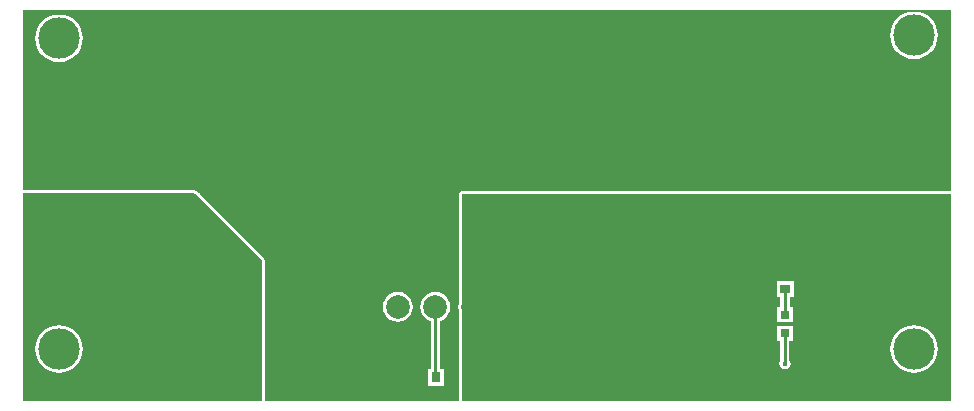
<source format=gtl>
%FSTAX23Y23*%
%MOIN*%
%SFA1B1*%

%IPPOS*%
%ADD13C,0.010000*%
%ADD14R,0.037400X0.031500*%
%ADD15R,0.031500X0.031500*%
%ADD16R,0.063000X0.124000*%
%ADD17R,0.031500X0.037400*%
%ADD25C,0.138000*%
%ADD26C,0.078700*%
%ADD27R,0.098400X0.078700*%
%ADD28C,0.017700*%
%LNpcb1-1*%
%LPD*%
G36*
X05253Y03546D02*
X03624D01*
Y04237*
X05253*
Y03546*
G37*
G36*
X05254Y04248D02*
X05253Y04247D01*
X03624*
X0362Y04247*
X03617Y04244*
X03615Y04241*
X03614Y04237*
Y03879*
X03611Y03872*
X0361Y0386*
X03611Y03847*
X03614Y03841*
Y03546*
X03613Y03545*
X02965*
Y04015*
X02964Y04018*
X02962Y04022*
X02748Y04235*
Y04238*
X02746*
X02737Y04247*
X02733Y04249*
X0273Y0425*
X0216*
Y04849*
X05254*
Y04248*
G37*
G36*
X02955Y04015D02*
Y03545D01*
X0216*
Y0424*
X0273*
X02955Y04015*
G37*
%LNpcb1-2*%
%LPC*%
G36*
X04728Y03945D02*
X04671D01*
Y03894*
X04684*
Y03859*
X04673*
Y03808*
X04725*
Y03859*
X04715*
Y03894*
X04728*
Y03945*
G37*
G36*
X04725Y03796D02*
X04673D01*
Y03745*
X04684*
Y03681*
X04681Y03678*
X0468Y0367*
X04681Y03663*
X04685Y03657*
X04691Y03652*
X04699Y03651*
X04706Y03652*
X04712Y03657*
X04717Y03663*
X04718Y0367*
X04717Y03678*
X04714Y03681*
Y03745*
X04725*
Y03796*
G37*
G36*
X0513Y03799D02*
X05114Y03797D01*
X05099Y03793*
X05085Y03786*
X05073Y03776*
X05064Y03764*
X05056Y0375*
X05052Y03735*
X0505Y0372*
X05052Y03704*
X05056Y03689*
X05064Y03675*
X05073Y03663*
X05085Y03654*
X05099Y03646*
X05114Y03642*
X0513Y0364*
X05145Y03642*
X0516Y03646*
X05174Y03654*
X05186Y03663*
X05196Y03675*
X05203Y03689*
X05207Y03704*
X05209Y0372*
X05207Y03735*
X05203Y0375*
X05196Y03764*
X05186Y03776*
X05174Y03786*
X0516Y03793*
X05145Y03797*
X0513Y03799*
G37*
G36*
Y04844D02*
X05114Y04842D01*
X05099Y04838*
X05085Y04831*
X05073Y04821*
X05064Y04809*
X05056Y04795*
X05052Y0478*
X0505Y04765*
X05052Y04749*
X05056Y04734*
X05064Y0472*
X05073Y04708*
X05085Y04699*
X05099Y04691*
X05114Y04687*
X0513Y04685*
X05145Y04687*
X0516Y04691*
X05174Y04699*
X05186Y04708*
X05196Y0472*
X05203Y04734*
X05207Y04749*
X05209Y04765*
X05207Y0478*
X05203Y04795*
X05196Y04809*
X05186Y04821*
X05174Y04831*
X0516Y04838*
X05145Y04842*
X0513Y04844*
G37*
G36*
X0228Y04834D02*
X02264Y04832D01*
X02249Y04828*
X02235Y04821*
X02223Y04811*
X02214Y04799*
X02206Y04785*
X02202Y0477*
X022Y04755*
X02202Y04739*
X02206Y04724*
X02214Y0471*
X02223Y04698*
X02235Y04689*
X02249Y04681*
X02264Y04677*
X0228Y04675*
X02295Y04677*
X0231Y04681*
X02324Y04689*
X02336Y04698*
X02346Y0471*
X02353Y04724*
X02357Y04739*
X02359Y04755*
X02357Y0477*
X02353Y04785*
X02346Y04799*
X02336Y04811*
X02324Y04821*
X0231Y04828*
X02295Y04832*
X0228Y04834*
G37*
G36*
X03408Y03909D02*
X03395Y03908D01*
X03383Y03903*
X03373Y03895*
X03365Y03884*
X0336Y03872*
X03359Y0386*
X0336Y03847*
X03365Y03835*
X03373Y03824*
X03383Y03816*
X03395Y03811*
X03408Y0381*
X03421Y03811*
X03433Y03816*
X03444Y03824*
X03451Y03835*
X03456Y03847*
X03458Y0386*
X03456Y03872*
X03451Y03884*
X03444Y03895*
X03433Y03903*
X03421Y03908*
X03408Y03909*
G37*
G36*
X03534D02*
X03521Y03908D01*
X03509Y03903*
X03498Y03895*
X0349Y03884*
X03485Y03872*
X03484Y0386*
X03485Y03847*
X0349Y03835*
X03498Y03824*
X03509Y03816*
X03518Y03812*
Y03653*
X03509*
Y03596*
X03561*
Y03653*
X03549*
Y03812*
X03558Y03816*
X03569Y03824*
X03577Y03835*
X03582Y03847*
X03583Y0386*
X03582Y03872*
X03577Y03884*
X03569Y03895*
X03558Y03903*
X03546Y03908*
X03534Y03909*
G37*
G36*
X0228Y03799D02*
X02264Y03797D01*
X02249Y03793*
X02235Y03786*
X02223Y03776*
X02214Y03764*
X02206Y0375*
X02202Y03735*
X022Y0372*
X02202Y03704*
X02206Y03689*
X02214Y03675*
X02223Y03663*
X02235Y03654*
X02249Y03646*
X02264Y03642*
X0228Y0364*
X02295Y03642*
X0231Y03646*
X02324Y03654*
X02336Y03663*
X02346Y03675*
X02353Y03689*
X02357Y03704*
X02359Y0372*
X02357Y03735*
X02353Y0375*
X02346Y03764*
X02336Y03776*
X02324Y03786*
X0231Y03793*
X02295Y03797*
X0228Y03799*
G37*
%LNpcb1-3*%
%LPD*%
G54D13*
X04527Y04325D02*
X05095D01*
X04699Y0367D02*
Y03771D01*
Y03834D02*
X04699Y03834D01*
Y0392*
Y03975D02*
X047Y03975D01*
Y0413*
X0327Y03835D02*
X0348Y03625D01*
X0327Y03835D02*
Y0399D01*
X02992Y04267D02*
X0327Y0399D01*
X0272Y04267D02*
X02992D01*
X0262D02*
X0272D01*
X02382D02*
X0262D01*
X02305Y04345D02*
X02382Y04267D01*
X0272D02*
Y04421D01*
X02908Y0461*
X04285*
X0447Y04425*
Y04267D02*
Y04425D01*
Y04267D02*
X04527Y04325D01*
X0509Y0413D02*
X05095Y04125D01*
X047Y0413D02*
X0509D01*
X04617Y04212D02*
X047Y0413D01*
X0447Y04212D02*
X04617D01*
X0447Y04044D02*
Y04212D01*
X04285Y0386D02*
X0447Y04044D01*
X0366Y0386D02*
X04285D01*
X03534Y03626D02*
X03535Y03625D01*
X03534Y03626D02*
Y0386D01*
X02908D02*
Y04023D01*
X0272Y04212D02*
X02908Y04023D01*
X0262Y04212D02*
X0272D01*
X02372D02*
X0262D01*
X02305Y04145D02*
X02372Y04212D01*
G54D14*
X04699Y03975D03*
Y0392D03*
X0262Y04267D03*
Y04212D03*
X0447D03*
Y04267D03*
X0272Y04212D03*
Y04267D03*
G54D15*
X04699Y03771D03*
Y03834D03*
G54D16*
X047Y04322D03*
Y0413D03*
G54D17*
X0348Y03625D03*
X03535D03*
G54D25*
X0228Y0372D03*
X0513D03*
Y04765D03*
X0228Y04755D03*
G54D26*
X02908Y0461D03*
X04285D03*
Y0386D03*
X0366D03*
X03534D03*
X03408D03*
X02908D03*
G54D27*
X05095Y04325D03*
Y04125D03*
X02305Y04145D03*
Y04345D03*
G54D28*
X052Y042D03*
X05225Y0415D03*
X052Y041D03*
X05225Y0405D03*
X052Y04D03*
X05225Y0395D03*
X052Y039D03*
X05225Y0385D03*
X052Y038D03*
X05225Y0375D03*
Y0365D03*
X052Y036D03*
X0515Y042D03*
X05175Y0415D03*
Y0405D03*
X0515Y04D03*
X05175Y0395D03*
X0515Y039D03*
X05175Y0385D03*
X0515Y036D03*
X051Y042D03*
X05125Y0405D03*
X051Y04D03*
X05125Y0395D03*
X051Y039D03*
X05125Y0385D03*
X051Y036D03*
X0505Y042D03*
X05075Y0405D03*
X0505Y04D03*
X05075Y0395D03*
X0505Y039D03*
X05075Y0385D03*
X0505Y038D03*
X05075Y0365D03*
X0505Y036D03*
X05Y042D03*
X05025Y0415D03*
X05Y041D03*
X05025Y0405D03*
X05Y04D03*
X05025Y0395D03*
X05Y039D03*
X05025Y0385D03*
X05Y038D03*
X05025Y0375D03*
X05Y037D03*
X05025Y0365D03*
X05Y036D03*
X0495Y042D03*
X04975Y0415D03*
X0495Y041D03*
X04975Y0405D03*
X0495Y04D03*
X04975Y0395D03*
X0495Y039D03*
X04975Y0385D03*
X0495Y038D03*
X04975Y0375D03*
X0495Y037D03*
X04975Y0365D03*
X0495Y036D03*
X049Y042D03*
X04925Y0415D03*
X049Y041D03*
X04925Y0405D03*
X049Y04D03*
X04925Y0395D03*
X049Y039D03*
X04925Y0385D03*
X049Y038D03*
X04925Y0375D03*
X049Y037D03*
X04925Y0365D03*
X049Y036D03*
X0485Y042D03*
X04875Y0415D03*
X0485Y041D03*
X04875Y0405D03*
X0485Y04D03*
X04875Y0395D03*
X0485Y039D03*
X04875Y0385D03*
X0485Y038D03*
X04875Y0375D03*
X0485Y037D03*
X04875Y0365D03*
X0485Y036D03*
X048Y042D03*
X04825Y0415D03*
X048Y041D03*
X04825Y0405D03*
X048Y04D03*
X04825Y0395D03*
X048Y039D03*
X04825Y0385D03*
X048Y038D03*
X04825Y0375D03*
X048Y037D03*
X04825Y0365D03*
X048Y036D03*
X0475Y042D03*
X04775Y0415D03*
X0475Y041D03*
X04775Y0405D03*
X0475Y04D03*
X04775Y0395D03*
X0475Y039D03*
X04775Y0385D03*
X0475Y038D03*
X04775Y0375D03*
X0475Y037D03*
X04775Y0365D03*
X0475Y036D03*
X04725Y0405D03*
X047Y036D03*
X0465Y042D03*
Y041D03*
Y04D03*
Y039D03*
Y038D03*
Y037D03*
Y036D03*
X046Y042D03*
X04625Y0415D03*
X046Y041D03*
X04625Y0405D03*
X046Y04D03*
X04625Y0395D03*
X046Y039D03*
X04625Y0385D03*
X046Y038D03*
X04625Y0375D03*
X046Y037D03*
X04625Y0365D03*
X046Y036D03*
X0455Y042D03*
X04575Y0415D03*
X0455Y041D03*
X04575Y0405D03*
X0455Y04D03*
X04575Y0395D03*
X0455Y039D03*
X04575Y0385D03*
X0455Y038D03*
X04575Y0375D03*
X0455Y037D03*
X04575Y0365D03*
X0455Y036D03*
X04525Y0415D03*
X045Y041D03*
X04525Y0405D03*
X045Y04D03*
X04525Y0395D03*
X045Y039D03*
X04525Y0385D03*
X045Y038D03*
X04525Y0375D03*
X045Y037D03*
X04525Y0365D03*
X045Y036D03*
X04475Y0415D03*
X0445Y041D03*
X04475Y0405D03*
X0445Y04D03*
X04475Y0395D03*
X0445Y039D03*
X04475Y0385D03*
X0445Y038D03*
X04475Y0375D03*
X0445Y037D03*
X04475Y0365D03*
X0445Y036D03*
X044Y042D03*
X04425Y0415D03*
X044Y041D03*
X04425Y0405D03*
X044Y04D03*
X04425Y0395D03*
X044Y039D03*
X04425Y0385D03*
X044Y038D03*
X04425Y0375D03*
X044Y037D03*
X04425Y0365D03*
X044Y036D03*
X0435Y042D03*
X04375Y0415D03*
X0435Y041D03*
X04375Y0405D03*
X0435Y04D03*
X04375Y0395D03*
X0435Y039D03*
X04375Y0385D03*
X0435Y038D03*
X04375Y0375D03*
X0435Y037D03*
X04375Y0365D03*
X0435Y036D03*
X043Y042D03*
X04325Y0415D03*
X043Y041D03*
X04325Y0405D03*
X043Y04D03*
X04325Y0395D03*
X043Y038D03*
X04325Y0375D03*
X043Y037D03*
X04325Y0365D03*
X043Y036D03*
X0425Y042D03*
X04275Y0415D03*
X0425Y041D03*
X04275Y0405D03*
X0425Y04D03*
X04275Y0395D03*
X0425Y039D03*
Y038D03*
X04275Y0375D03*
X0425Y037D03*
X04275Y0365D03*
X0425Y036D03*
X042Y042D03*
X04225Y0415D03*
X042Y041D03*
X04225Y0405D03*
X042Y04D03*
X04225Y0395D03*
X042Y039D03*
X04225Y0385D03*
X042Y038D03*
X04225Y0375D03*
X042Y037D03*
X04225Y0365D03*
X042Y036D03*
X0415Y042D03*
X04175Y0415D03*
X0415Y041D03*
X04175Y0405D03*
X0415Y04D03*
X04175Y0395D03*
X0415Y039D03*
X04175Y0385D03*
X0415Y038D03*
X04175Y0375D03*
X0415Y037D03*
X04175Y0365D03*
X0415Y036D03*
X041Y042D03*
X04125Y0415D03*
X041Y041D03*
X04125Y0405D03*
X041Y04D03*
X04125Y0395D03*
X041Y039D03*
X04125Y0385D03*
X041Y038D03*
X04125Y0375D03*
X041Y037D03*
X04125Y0365D03*
X041Y036D03*
X0405Y042D03*
X04075Y0415D03*
X0405Y041D03*
X04075Y0405D03*
X0405Y04D03*
X04075Y0395D03*
X0405Y039D03*
X04075Y0385D03*
X0405Y038D03*
X04075Y0375D03*
X0405Y037D03*
X04075Y0365D03*
X0405Y036D03*
X04Y042D03*
X04025Y0415D03*
X04Y041D03*
X04025Y0405D03*
X04Y04D03*
X04025Y0395D03*
X04Y039D03*
X04025Y0385D03*
X04Y038D03*
X04025Y0375D03*
X04Y037D03*
X04025Y0365D03*
X04Y036D03*
X0395Y042D03*
X03975Y0415D03*
X0395Y041D03*
X03975Y0405D03*
X0395Y04D03*
X03975Y0395D03*
X0395Y039D03*
X03975Y0385D03*
X0395Y038D03*
X03975Y0375D03*
X0395Y037D03*
X03975Y0365D03*
X0395Y036D03*
X039Y042D03*
X03925Y0415D03*
X039Y041D03*
X03925Y0405D03*
X039Y04D03*
X03925Y0395D03*
X039Y039D03*
X03925Y0385D03*
X039Y038D03*
X03925Y0375D03*
X039Y037D03*
X03925Y0365D03*
X039Y036D03*
X0385Y042D03*
X03875Y0415D03*
X0385Y041D03*
X03875Y0405D03*
X0385Y04D03*
X03875Y0395D03*
X0385Y039D03*
X03875Y0385D03*
X0385Y038D03*
X03875Y0375D03*
X0385Y037D03*
X03875Y0365D03*
X0385Y036D03*
X038Y042D03*
X03825Y0415D03*
X038Y041D03*
X03825Y0405D03*
X038Y04D03*
X03825Y0395D03*
X038Y039D03*
X03825Y0385D03*
X038Y038D03*
X03825Y0375D03*
X038Y037D03*
X03825Y0365D03*
X038Y036D03*
X0375Y042D03*
X03775Y0415D03*
X0375Y041D03*
X03775Y0405D03*
X0375Y04D03*
X03775Y0395D03*
X0375Y039D03*
X03775Y0385D03*
X0375Y038D03*
X03775Y0375D03*
X0375Y037D03*
X03775Y0365D03*
X0375Y036D03*
X037Y042D03*
X03725Y0415D03*
X037Y041D03*
X03725Y0405D03*
X037Y04D03*
X03725Y0395D03*
X037Y039D03*
X03725Y0385D03*
X037Y038D03*
X03725Y0375D03*
X037Y037D03*
X03725Y0365D03*
X037Y036D03*
X0365Y042D03*
X03675Y0415D03*
X0365Y041D03*
X03675Y0405D03*
X0365Y04D03*
X03675Y0395D03*
X0365Y038D03*
X03675Y0375D03*
X0365Y037D03*
X03675Y0365D03*
X0365Y036D03*
X04699Y0367D03*
X029Y04D03*
X02925Y0395D03*
X029Y038D03*
X02925Y0375D03*
X029Y037D03*
X02925Y0365D03*
X029Y036D03*
X0285Y041D03*
X02875Y0405D03*
X0285Y04D03*
X02875Y0395D03*
X0285Y039D03*
Y038D03*
X02875Y0375D03*
X0285Y037D03*
X02875Y0365D03*
X0285Y036D03*
X028Y041D03*
X02825Y0405D03*
X028Y04D03*
X02825Y0395D03*
X028Y039D03*
X02825Y0385D03*
X028Y038D03*
X02825Y0375D03*
X028Y037D03*
X02825Y0365D03*
X028Y036D03*
X02775Y0415D03*
X0275Y041D03*
X02775Y0405D03*
X0275Y04D03*
X02775Y0395D03*
X0275Y039D03*
X02775Y0385D03*
X0275Y038D03*
X02775Y0375D03*
X0275Y037D03*
X02775Y0365D03*
X0275Y036D03*
X02725Y0415D03*
X027Y041D03*
X02725Y0405D03*
X027Y04D03*
X02725Y0395D03*
X027Y039D03*
X02725Y0385D03*
X027Y038D03*
X02725Y0375D03*
X027Y037D03*
X02725Y0365D03*
X027Y036D03*
X02675Y0415D03*
X0265Y041D03*
X02675Y0405D03*
X0265Y04D03*
X02675Y0395D03*
X0265Y039D03*
X02675Y0385D03*
X0265Y038D03*
X02675Y0375D03*
X0265Y037D03*
X02675Y0365D03*
X0265Y036D03*
X02625Y0415D03*
X026Y041D03*
X02625Y0405D03*
X026Y04D03*
X02625Y0395D03*
X026Y039D03*
X02625Y0385D03*
X026Y038D03*
X02625Y0375D03*
X026Y037D03*
X02625Y0365D03*
X026Y036D03*
X0255Y042D03*
X02575Y0415D03*
X0255Y041D03*
X02575Y0405D03*
X0255Y04D03*
X02575Y0395D03*
X0255Y039D03*
X02575Y0385D03*
X0255Y038D03*
X02575Y0375D03*
X0255Y037D03*
X02575Y0365D03*
X0255Y036D03*
X025Y042D03*
X02525Y0415D03*
X025Y041D03*
X02525Y0405D03*
X025Y04D03*
X02525Y0395D03*
X025Y039D03*
X02525Y0385D03*
X025Y038D03*
X02525Y0375D03*
X025Y037D03*
X02525Y0365D03*
X025Y036D03*
X0245Y042D03*
X02475Y0415D03*
X0245Y041D03*
X02475Y0405D03*
X0245Y04D03*
X02475Y0395D03*
X0245Y039D03*
X02475Y0385D03*
X0245Y038D03*
X02475Y0375D03*
X0245Y037D03*
X02475Y0365D03*
X0245Y036D03*
X024Y042D03*
X02425Y0415D03*
X024Y041D03*
X02425Y0405D03*
X024Y04D03*
X02425Y0395D03*
X024Y039D03*
X02425Y0385D03*
X024Y038D03*
X02425Y0375D03*
X024Y037D03*
X02425Y0365D03*
X024Y036D03*
X0235Y042D03*
X02375Y0415D03*
Y0405D03*
X0235Y04D03*
X02375Y0395D03*
X0235Y039D03*
X02375Y0385D03*
X0235Y038D03*
X02375Y0375D03*
Y0365D03*
X0235Y036D03*
X023Y042D03*
X02325Y0405D03*
X023Y04D03*
X02325Y0395D03*
X023Y039D03*
X02325Y0385D03*
X023Y036D03*
X0225Y042D03*
X02275Y0405D03*
X0225Y04D03*
X02275Y0395D03*
X0225Y039D03*
X02275Y0385D03*
X0225Y036D03*
X022Y042D03*
X02225Y0415D03*
X022Y041D03*
X02225Y0405D03*
X022Y04D03*
X02225Y0395D03*
X022Y039D03*
X02225Y0385D03*
X022Y038D03*
X02225Y0365D03*
X022Y036D03*
X05225Y0475D03*
X052Y047D03*
X05225Y0465D03*
X052Y046D03*
X05225Y0455D03*
X052Y045D03*
X05225Y0445D03*
X052Y044D03*
X05225Y0435D03*
X052Y043D03*
X05175Y0465D03*
X0515Y046D03*
X05175Y0455D03*
X0515Y045D03*
X05175Y0445D03*
X0515Y044D03*
X05175Y0435D03*
X05125Y0465D03*
X051Y046D03*
X05125Y0455D03*
X051Y045D03*
X05125Y0445D03*
X051Y044D03*
X0505Y047D03*
X05075Y0465D03*
X0505Y046D03*
X05075Y0455D03*
X0505Y045D03*
X05075Y0445D03*
X0505Y044D03*
X05Y048D03*
X05025Y0475D03*
X05Y047D03*
X05025Y0465D03*
X05Y046D03*
X05025Y0455D03*
X05Y045D03*
X05025Y0445D03*
X05Y044D03*
X05025Y0435D03*
X05Y043D03*
X0495Y048D03*
X04975Y0475D03*
X0495Y047D03*
X04975Y0465D03*
X0495Y046D03*
X04975Y0455D03*
X0495Y045D03*
X04975Y0445D03*
X0495Y044D03*
X04975Y0435D03*
X0495Y043D03*
X049Y048D03*
X04925Y0475D03*
X049Y047D03*
X04925Y0465D03*
X049Y046D03*
X04925Y0455D03*
X049Y045D03*
X04925Y0445D03*
X049Y044D03*
X04925Y0435D03*
X049Y043D03*
X0485Y048D03*
X04875Y0475D03*
X0485Y047D03*
X04875Y0465D03*
X0485Y046D03*
X04875Y0455D03*
X0485Y045D03*
X04875Y0445D03*
X0485Y044D03*
X04875Y0435D03*
X0485Y043D03*
X048Y048D03*
X04825Y0475D03*
X048Y047D03*
X04825Y0465D03*
X048Y046D03*
X04825Y0455D03*
X048Y045D03*
X04825Y0445D03*
X048Y044D03*
X04825Y0435D03*
X0475Y048D03*
X04775Y0475D03*
X0475Y047D03*
X04775Y0465D03*
X0475Y046D03*
X04775Y0455D03*
X0475Y045D03*
X04775Y0445D03*
X0475Y044D03*
X04775Y0435D03*
X0475Y043D03*
X047Y048D03*
X04725Y0475D03*
X047Y047D03*
X04725Y0465D03*
X047Y046D03*
X04725Y0455D03*
X047Y045D03*
X04725Y0445D03*
X047Y044D03*
X0465Y048D03*
X04675Y0475D03*
X0465Y047D03*
X04675Y0465D03*
X0465Y046D03*
X04675Y0455D03*
X0465Y045D03*
X04675Y0445D03*
X0465Y044D03*
Y043D03*
X046Y048D03*
X04625Y0475D03*
X046Y047D03*
X04625Y0465D03*
X046Y046D03*
X04625Y0455D03*
X046Y045D03*
X04625Y0445D03*
X046Y044D03*
X04625Y0435D03*
X046Y043D03*
X0455Y048D03*
X04575Y0475D03*
X0455Y047D03*
X04575Y0465D03*
X0455Y046D03*
X04575Y0455D03*
X0455Y045D03*
X04575Y0445D03*
X0455Y044D03*
X04575Y0435D03*
X0455Y043D03*
X045Y048D03*
X04525Y0475D03*
X045Y047D03*
X04525Y0465D03*
X045Y046D03*
X04525Y0455D03*
X045Y045D03*
X04525Y0445D03*
X045Y044D03*
X04525Y0435D03*
X045Y043D03*
X0445Y048D03*
X04475Y0475D03*
X0445Y047D03*
X04475Y0465D03*
X0445Y046D03*
X04475Y0455D03*
X0445Y045D03*
X04475Y0445D03*
X0445Y044D03*
X04475Y0435D03*
X0445Y043D03*
X044Y048D03*
X04425Y0475D03*
X044Y047D03*
X04425Y0465D03*
X044Y046D03*
X04425Y0455D03*
X044Y045D03*
X04425Y0445D03*
X044Y044D03*
X04425Y0435D03*
X044Y043D03*
X0435Y048D03*
X04375Y0475D03*
X0435Y047D03*
X04375Y0465D03*
X0435Y046D03*
X04375Y0455D03*
X0435Y045D03*
X04375Y0445D03*
X0435Y044D03*
X04375Y0435D03*
X0435Y043D03*
X043Y048D03*
X04325Y0475D03*
X043Y047D03*
X04325Y0465D03*
Y0455D03*
X043Y045D03*
X04325Y0445D03*
X043Y044D03*
X04325Y0435D03*
X043Y043D03*
X0425Y048D03*
X04275Y0475D03*
X0425Y047D03*
X04275Y0455D03*
X0425Y045D03*
X04275Y0445D03*
X0425Y044D03*
X04275Y0435D03*
X0425Y043D03*
X042Y048D03*
X04225Y0475D03*
X042Y047D03*
X04225Y0465D03*
X042Y046D03*
X04225Y0455D03*
X042Y045D03*
X04225Y0445D03*
X042Y044D03*
X04225Y0435D03*
X042Y043D03*
X0415Y048D03*
X04175Y0475D03*
X0415Y047D03*
X04175Y0465D03*
X0415Y046D03*
X04175Y0455D03*
X0415Y045D03*
X04175Y0445D03*
X0415Y044D03*
X04175Y0435D03*
X0415Y043D03*
X041Y048D03*
X04125Y0475D03*
X041Y047D03*
X04125Y0465D03*
X041Y046D03*
X04125Y0455D03*
X041Y045D03*
X04125Y0445D03*
X041Y044D03*
X04125Y0435D03*
X041Y043D03*
X0405Y048D03*
X04075Y0475D03*
X0405Y047D03*
X04075Y0465D03*
X0405Y046D03*
X04075Y0455D03*
X0405Y045D03*
X04075Y0445D03*
X0405Y044D03*
X04075Y0435D03*
X0405Y043D03*
X04Y048D03*
X04025Y0475D03*
X04Y047D03*
X04025Y0465D03*
X04Y046D03*
X04025Y0455D03*
X04Y045D03*
X04025Y0445D03*
X04Y044D03*
X04025Y0435D03*
X04Y043D03*
X0395Y048D03*
X03975Y0475D03*
X0395Y047D03*
X03975Y0465D03*
X0395Y046D03*
X03975Y0455D03*
X0395Y045D03*
X03975Y0445D03*
X0395Y044D03*
X03975Y0435D03*
X0395Y043D03*
X039Y048D03*
X03925Y0475D03*
X039Y047D03*
X03925Y0465D03*
X039Y046D03*
X03925Y0455D03*
X039Y045D03*
X03925Y0445D03*
X039Y044D03*
X03925Y0435D03*
X039Y043D03*
X0385Y048D03*
X03875Y0475D03*
X0385Y047D03*
X03875Y0465D03*
X0385Y046D03*
X03875Y0455D03*
X0385Y045D03*
X03875Y0445D03*
X0385Y044D03*
X03875Y0435D03*
X0385Y043D03*
X038Y048D03*
X03825Y0475D03*
X038Y047D03*
X03825Y0465D03*
X038Y046D03*
X03825Y0455D03*
X038Y045D03*
X03825Y0445D03*
X038Y044D03*
X03825Y0435D03*
X038Y043D03*
X0375Y048D03*
X03775Y0475D03*
X0375Y047D03*
X03775Y0465D03*
X0375Y046D03*
X03775Y0455D03*
X0375Y045D03*
X03775Y0445D03*
X0375Y044D03*
X03775Y0435D03*
X0375Y043D03*
X037Y048D03*
X03725Y0475D03*
X037Y047D03*
X03725Y0465D03*
X037Y046D03*
X03725Y0455D03*
X037Y045D03*
X03725Y0445D03*
X037Y044D03*
X03725Y0435D03*
X037Y043D03*
X0365Y048D03*
X03675Y0475D03*
X0365Y047D03*
X03675Y0465D03*
X0365Y046D03*
X03675Y0455D03*
X0365Y045D03*
X03675Y0445D03*
X0365Y044D03*
X03675Y0435D03*
X0365Y043D03*
X036Y048D03*
X03625Y0475D03*
X036Y047D03*
X03625Y0465D03*
X036Y046D03*
X03625Y0455D03*
X036Y045D03*
X03625Y0445D03*
X036Y044D03*
X03625Y0435D03*
X036Y043D03*
Y042D03*
Y041D03*
Y04D03*
Y039D03*
Y038D03*
Y037D03*
Y036D03*
X0355Y048D03*
X03575Y0475D03*
X0355Y047D03*
X03575Y0465D03*
X0355Y046D03*
X03575Y0455D03*
X0355Y045D03*
X03575Y0445D03*
X0355Y044D03*
X03575Y0435D03*
X0355Y043D03*
X03575Y0425D03*
X0355Y042D03*
X03575Y0415D03*
X0355Y041D03*
X03575Y0405D03*
X0355Y04D03*
X03575Y0395D03*
Y0375D03*
Y0365D03*
X035Y048D03*
X03525Y0475D03*
X035Y047D03*
X03525Y0465D03*
X035Y046D03*
X03525Y0455D03*
X035Y045D03*
X03525Y0445D03*
X035Y044D03*
X03525Y0435D03*
X035Y043D03*
X03525Y0425D03*
X035Y042D03*
X03525Y0415D03*
X035Y041D03*
X03525Y0405D03*
X035Y04D03*
X03525Y0395D03*
X035Y038D03*
Y037D03*
X0345Y048D03*
X03475Y0475D03*
X0345Y047D03*
X03475Y0465D03*
X0345Y046D03*
X03475Y0455D03*
X0345Y045D03*
X03475Y0445D03*
X0345Y044D03*
X03475Y0435D03*
X0345Y043D03*
X03475Y0425D03*
X0345Y042D03*
X03475Y0415D03*
X0345Y041D03*
X03475Y0405D03*
X0345Y04D03*
X03475Y0395D03*
Y0385D03*
X0345Y038D03*
X03475Y0375D03*
X0345Y037D03*
Y036D03*
X034Y048D03*
X03425Y0475D03*
X034Y047D03*
X03425Y0465D03*
X034Y046D03*
X03425Y0455D03*
X034Y045D03*
X03425Y0445D03*
X034Y044D03*
X03425Y0435D03*
X034Y043D03*
X03425Y0425D03*
X034Y042D03*
X03425Y0415D03*
X034Y041D03*
X03425Y0405D03*
X034Y04D03*
X03425Y0395D03*
X034Y038D03*
X03425Y0375D03*
X034Y037D03*
X03425Y0365D03*
X034Y036D03*
X0335Y048D03*
X03375Y0475D03*
X0335Y047D03*
X03375Y0465D03*
X0335Y046D03*
X03375Y0455D03*
X0335Y045D03*
X03375Y0445D03*
X0335Y044D03*
X03375Y0435D03*
X0335Y043D03*
X03375Y0425D03*
X0335Y042D03*
X03375Y0415D03*
X0335Y041D03*
X03375Y0405D03*
X0335Y04D03*
X03375Y0395D03*
X0335Y039D03*
Y038D03*
X03375Y0375D03*
X0335Y037D03*
X03375Y0365D03*
X0335Y036D03*
X033Y048D03*
X03325Y0475D03*
X033Y047D03*
X03325Y0465D03*
X033Y046D03*
X03325Y0455D03*
X033Y045D03*
X03325Y0445D03*
X033Y044D03*
X03325Y0435D03*
X033Y043D03*
X03325Y0425D03*
X033Y042D03*
X03325Y0415D03*
X033Y041D03*
X03325Y0405D03*
X033Y04D03*
X03325Y0395D03*
X033Y039D03*
X03325Y0385D03*
X033Y038D03*
X03325Y0375D03*
X033Y037D03*
X03325Y0365D03*
X033Y036D03*
X0325Y048D03*
X03275Y0475D03*
X0325Y047D03*
X03275Y0465D03*
X0325Y046D03*
X03275Y0455D03*
X0325Y045D03*
X03275Y0445D03*
X0325Y044D03*
X03275Y0435D03*
X0325Y043D03*
X03275Y0425D03*
X0325Y042D03*
X03275Y0415D03*
X0325Y041D03*
X03275Y0405D03*
X0325Y04D03*
X03275Y0395D03*
X0325Y039D03*
X03275Y0385D03*
X0325Y038D03*
X03275Y0375D03*
X0325Y037D03*
X03275Y0365D03*
X0325Y036D03*
X032Y048D03*
X03225Y0475D03*
X032Y047D03*
X03225Y0465D03*
X032Y046D03*
X03225Y0455D03*
X032Y045D03*
X03225Y0445D03*
X032Y044D03*
X03225Y0435D03*
X032Y043D03*
X03225Y0425D03*
X032Y042D03*
X03225Y0415D03*
X032Y041D03*
X03225Y0405D03*
X032Y04D03*
X03225Y0395D03*
X032Y039D03*
X03225Y0385D03*
X032Y038D03*
X03225Y0375D03*
X032Y037D03*
X03225Y0365D03*
X032Y036D03*
X0315Y048D03*
X03175Y0475D03*
X0315Y047D03*
X03175Y0465D03*
X0315Y046D03*
X03175Y0455D03*
X0315Y045D03*
X03175Y0445D03*
X0315Y044D03*
X03175Y0435D03*
X0315Y043D03*
X03175Y0425D03*
X0315Y042D03*
X03175Y0415D03*
X0315Y041D03*
X03175Y0405D03*
X0315Y04D03*
X03175Y0395D03*
X0315Y039D03*
X03175Y0385D03*
X0315Y038D03*
X03175Y0375D03*
X0315Y037D03*
X03175Y0365D03*
X0315Y036D03*
X031Y048D03*
X03125Y0475D03*
X031Y047D03*
X03125Y0465D03*
X031Y046D03*
X03125Y0455D03*
X031Y045D03*
X03125Y0445D03*
X031Y044D03*
X03125Y0435D03*
X031Y043D03*
X03125Y0425D03*
X031Y042D03*
X03125Y0415D03*
X031Y041D03*
X03125Y0405D03*
X031Y04D03*
X03125Y0395D03*
X031Y039D03*
X03125Y0385D03*
X031Y038D03*
X03125Y0375D03*
X031Y037D03*
X03125Y0365D03*
X031Y036D03*
X0305Y048D03*
X03075Y0475D03*
X0305Y047D03*
X03075Y0465D03*
X0305Y046D03*
X03075Y0455D03*
X0305Y045D03*
X03075Y0445D03*
X0305Y044D03*
X03075Y0435D03*
X0305Y043D03*
X03075Y0425D03*
X0305Y042D03*
X03075Y0415D03*
X0305Y041D03*
X03075Y0405D03*
X0305Y04D03*
X03075Y0395D03*
X0305Y039D03*
X03075Y0385D03*
X0305Y038D03*
X03075Y0375D03*
X0305Y037D03*
X03075Y0365D03*
X0305Y036D03*
X03Y048D03*
X03025Y0475D03*
X03Y047D03*
X03025Y0465D03*
X03Y046D03*
X03025Y0455D03*
X03Y045D03*
X03025Y0445D03*
X03Y044D03*
X03025Y0435D03*
X03Y043D03*
X03025Y0425D03*
X03Y042D03*
X03025Y0415D03*
X03Y041D03*
X03025Y0405D03*
X03Y04D03*
X03025Y0395D03*
X03Y039D03*
X03025Y0385D03*
X03Y038D03*
X03025Y0375D03*
X03Y037D03*
X03025Y0365D03*
X03Y036D03*
X0295Y048D03*
X02975Y0475D03*
X0295Y047D03*
X02975Y0465D03*
Y0455D03*
X0295Y045D03*
X02975Y0445D03*
X0295Y044D03*
X02975Y0435D03*
X0295Y043D03*
X02975Y0425D03*
X0295Y042D03*
X02975Y0415D03*
X0295Y041D03*
X02975Y0405D03*
Y0395D03*
Y0385D03*
Y0375D03*
Y0365D03*
X029Y048D03*
X02925Y0475D03*
X029Y047D03*
X02925Y0455D03*
X029Y045D03*
X02925Y0445D03*
X029Y044D03*
X02925Y0435D03*
X029Y043D03*
X02925Y0425D03*
X029Y042D03*
X02925Y0415D03*
X029Y041D03*
X0285Y048D03*
X02875Y0475D03*
X0285Y047D03*
Y046D03*
X02875Y0455D03*
X0285Y045D03*
X02875Y0445D03*
X0285Y044D03*
X02875Y0435D03*
X0285Y043D03*
X02875Y0425D03*
X0285Y042D03*
X02875Y0415D03*
X028Y048D03*
X02825Y0475D03*
X028Y047D03*
X02825Y0465D03*
X028Y046D03*
X02825Y0455D03*
X028Y045D03*
X02825Y0445D03*
X028Y044D03*
X02825Y0435D03*
X028Y043D03*
X02825Y0425D03*
X028Y042D03*
X0275Y048D03*
X02775Y0475D03*
X0275Y047D03*
X02775Y0465D03*
X0275Y046D03*
X02775Y0455D03*
X0275Y045D03*
X02775Y0445D03*
X0275Y044D03*
X02775Y0435D03*
X0275Y043D03*
X02775Y0425D03*
X027Y048D03*
X02725Y0475D03*
X027Y047D03*
X02725Y0465D03*
X027Y046D03*
X02725Y0455D03*
X027Y045D03*
X02725Y0445D03*
X027Y044D03*
X02725Y0435D03*
X027Y043D03*
X0265Y048D03*
X02675Y0475D03*
X0265Y047D03*
X02675Y0465D03*
X0265Y046D03*
X02675Y0455D03*
X0265Y045D03*
X02675Y0445D03*
X0265Y044D03*
X02675Y0435D03*
X0265Y043D03*
X026Y048D03*
X02625Y0475D03*
X026Y047D03*
X02625Y0465D03*
X026Y046D03*
X02625Y0455D03*
X026Y045D03*
X02625Y0445D03*
X026Y044D03*
X02625Y0435D03*
X026Y043D03*
X0255Y048D03*
X02575Y0475D03*
X0255Y047D03*
X02575Y0465D03*
X0255Y046D03*
X02575Y0455D03*
X0255Y045D03*
X02575Y0445D03*
X0255Y044D03*
X02575Y0435D03*
X0255Y043D03*
X025Y048D03*
X02525Y0475D03*
X025Y047D03*
X02525Y0465D03*
X025Y046D03*
X02525Y0455D03*
X025Y045D03*
X02525Y0445D03*
X025Y044D03*
X02525Y0435D03*
X025Y043D03*
X0245Y048D03*
X02475Y0475D03*
X0245Y047D03*
X02475Y0465D03*
X0245Y046D03*
X02475Y0455D03*
X0245Y045D03*
X02475Y0445D03*
X0245Y044D03*
X02475Y0435D03*
X0245Y043D03*
X024Y048D03*
X02425Y0475D03*
X024Y047D03*
X02425Y0465D03*
X024Y046D03*
X02425Y0455D03*
X024Y045D03*
X02425Y0445D03*
X024Y044D03*
X02425Y0435D03*
X024Y043D03*
X02375Y0475D03*
X0235Y047D03*
X02375Y0465D03*
X0235Y046D03*
X02375Y0455D03*
X0235Y045D03*
X02375Y0445D03*
X0235Y044D03*
X02375Y0435D03*
X02325Y0465D03*
X023Y046D03*
X02325Y0455D03*
X023Y045D03*
X02325Y0445D03*
X023Y044D03*
X02275Y0465D03*
X0225Y046D03*
X02275Y0455D03*
X0225Y045D03*
X02275Y0445D03*
X0225Y044D03*
X022Y048D03*
Y047D03*
X02225Y0465D03*
X022Y046D03*
X02225Y0455D03*
X022Y045D03*
X02225Y0445D03*
X022Y044D03*
X02225Y0435D03*
X022Y043D03*
M02*
</source>
